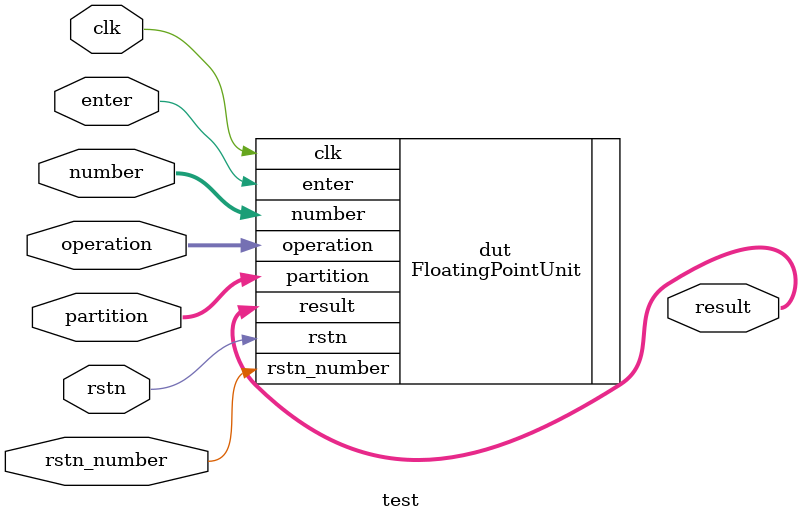
<source format=sv>
module test (
    input logic clk, rstn, enter, rstn_number,
	input logic [7:0] number,
	input logic [2:0] partition,
    input logic [1:0] operation,
	output logic [31:0] result
	//output logic [7:0] A //B, C, D, E, F, G, H
);

// logic [31:0] num1, num2;
    
    
// assign num1 = 32'b01000000101011011111000001101111;  //5.4356
// assign num2 = 32'b01000000101011011110101010110011;  //5.4349

FloatingPointUnit dut(
    .clk(clk), 
	 .rstn(rstn), 
	 .rstn_number(rstn_number),
	 .enter(enter),
    .partition(partition),
	
    .operation(operation),
    .number(number),
    .result(result)
);   						 // (-) -> 00111010001101111000000000000000

							 // (+) -> 0100000100101101111011011001000
							 
// assign A = 8'd65;							 
							 
endmodule
</source>
